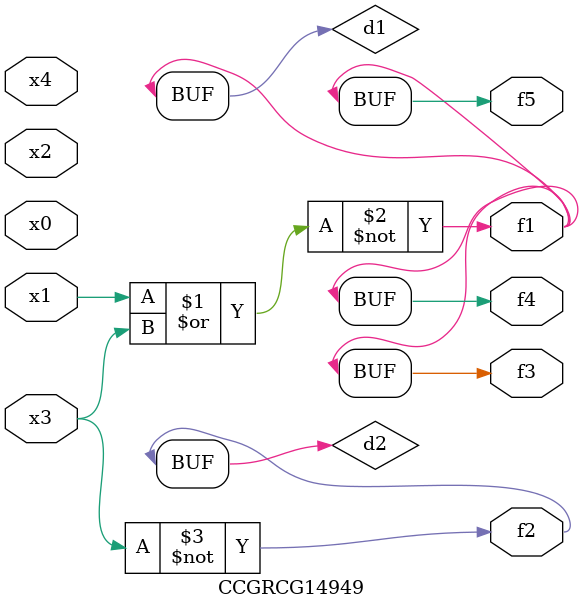
<source format=v>
module CCGRCG14949(
	input x0, x1, x2, x3, x4,
	output f1, f2, f3, f4, f5
);

	wire d1, d2;

	nor (d1, x1, x3);
	not (d2, x3);
	assign f1 = d1;
	assign f2 = d2;
	assign f3 = d1;
	assign f4 = d1;
	assign f5 = d1;
endmodule

</source>
